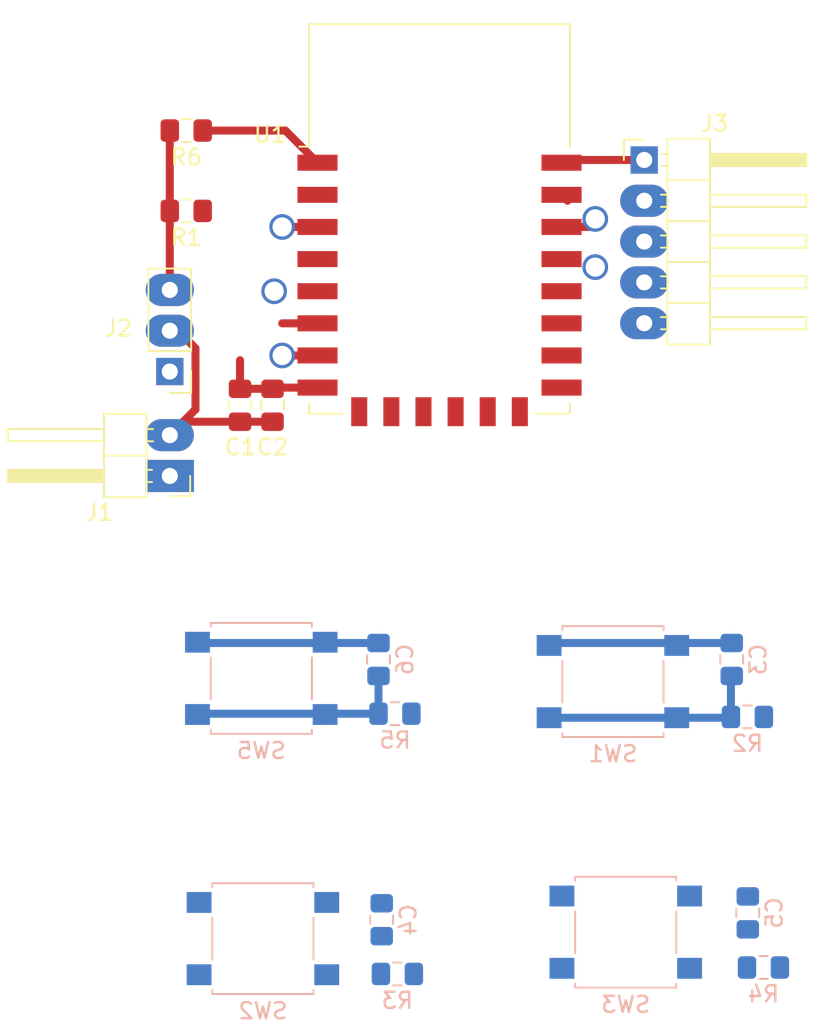
<source format=kicad_pcb>
(kicad_pcb (version 20171130) (host pcbnew 5.1.6+dfsg1-1~bpo10+1)

  (general
    (thickness 1.6)
    (drawings 0)
    (tracks 41)
    (zones 0)
    (modules 20)
    (nets 28)
  )

  (page A4)
  (layers
    (0 F.Cu signal)
    (31 B.Cu signal)
    (36 B.SilkS user)
    (37 F.SilkS user)
    (38 B.Mask user)
    (40 Dwgs.User user)
    (44 Edge.Cuts user)
    (45 Margin user)
    (46 B.CrtYd user)
    (47 F.CrtYd user)
    (48 B.Fab user hide)
    (49 F.Fab user)
  )

  (setup
    (last_trace_width 0.5)
    (trace_clearance 0.5)
    (zone_clearance 0.508)
    (zone_45_only no)
    (trace_min 0.5)
    (via_size 1.2)
    (via_drill 1)
    (via_min_size 0.8)
    (via_min_drill 0.3)
    (uvia_size 0.3)
    (uvia_drill 0.1)
    (uvias_allowed no)
    (uvia_min_size 0.2)
    (uvia_min_drill 0.1)
    (edge_width 0.05)
    (segment_width 0.2)
    (pcb_text_width 0.3)
    (pcb_text_size 1.5 1.5)
    (mod_edge_width 0.12)
    (mod_text_size 1 1)
    (mod_text_width 0.15)
    (pad_size 3 2)
    (pad_drill 1)
    (pad_to_mask_clearance 0.05)
    (aux_axis_origin 0 0)
    (visible_elements FFFFFF7F)
    (pcbplotparams
      (layerselection 0x010fc_ffffffff)
      (usegerberextensions false)
      (usegerberattributes true)
      (usegerberadvancedattributes true)
      (creategerberjobfile true)
      (excludeedgelayer true)
      (linewidth 0.100000)
      (plotframeref false)
      (viasonmask false)
      (mode 1)
      (useauxorigin false)
      (hpglpennumber 1)
      (hpglpenspeed 20)
      (hpglpendiameter 15.000000)
      (psnegative false)
      (psa4output false)
      (plotreference true)
      (plotvalue true)
      (plotinvisibletext false)
      (padsonsilk false)
      (subtractmaskfromsilk false)
      (outputformat 1)
      (mirror false)
      (drillshape 1)
      (scaleselection 1)
      (outputdirectory ""))
  )

  (net 0 "")
  (net 1 GND)
  (net 2 VCC)
  (net 3 "Net-(C3-Pad1)")
  (net 4 "Net-(C4-Pad1)")
  (net 5 "Net-(C5-Pad1)")
  (net 6 "Net-(C6-Pad1)")
  (net 7 /VI)
  (net 8 /DTS)
  (net 9 /RTS)
  (net 10 /TX)
  (net 11 /RX)
  (net 12 /Btn_1)
  (net 13 /Btn_2)
  (net 14 /Btn_3)
  (net 15 /Btn_4)
  (net 16 "Net-(R6-Pad1)")
  (net 17 "Net-(U1-Pad17)")
  (net 18 "Net-(U1-Pad16)")
  (net 19 "Net-(U1-Pad14)")
  (net 20 "Net-(U1-Pad13)")
  (net 21 "Net-(U1-Pad12)")
  (net 22 "Net-(U1-Pad11)")
  (net 23 "Net-(U1-Pad10)")
  (net 24 "Net-(U1-Pad9)")
  (net 25 "Net-(U1-Pad5)")
  (net 26 "Net-(U1-Pad4)")
  (net 27 "Net-(U1-Pad2)")

  (net_class Default "This is the default net class."
    (clearance 0.5)
    (trace_width 0.5)
    (via_dia 1.2)
    (via_drill 1)
    (uvia_dia 0.3)
    (uvia_drill 0.1)
    (diff_pair_width 1)
    (diff_pair_gap 0.5)
    (add_net /Btn_1)
    (add_net /Btn_2)
    (add_net /Btn_3)
    (add_net /Btn_4)
    (add_net /DTS)
    (add_net /RTS)
    (add_net /RX)
    (add_net /TX)
    (add_net /VI)
    (add_net GND)
    (add_net "Net-(C3-Pad1)")
    (add_net "Net-(C4-Pad1)")
    (add_net "Net-(C5-Pad1)")
    (add_net "Net-(C6-Pad1)")
    (add_net "Net-(R6-Pad1)")
    (add_net "Net-(U1-Pad10)")
    (add_net "Net-(U1-Pad11)")
    (add_net "Net-(U1-Pad12)")
    (add_net "Net-(U1-Pad13)")
    (add_net "Net-(U1-Pad14)")
    (add_net "Net-(U1-Pad16)")
    (add_net "Net-(U1-Pad17)")
    (add_net "Net-(U1-Pad2)")
    (add_net "Net-(U1-Pad4)")
    (add_net "Net-(U1-Pad5)")
    (add_net "Net-(U1-Pad9)")
    (add_net VCC)
  )

  (module Connector_PinHeader_2.54mm:PinHeader_1x05_P2.54mm_Horizontal (layer F.Cu) (tedit 5F212ACD) (tstamp 5F200979)
    (at 82.55 100.33)
    (descr "Through hole angled pin header, 1x05, 2.54mm pitch, 6mm pin length, single row")
    (tags "Through hole angled pin header THT 1x05 2.54mm single row")
    (path /5F253E0A)
    (fp_text reference J3 (at 4.385 -2.27) (layer F.SilkS)
      (effects (font (size 1 1) (thickness 0.15)))
    )
    (fp_text value Conn_01x05 (at 4.385 12.43) (layer F.Fab)
      (effects (font (size 1 1) (thickness 0.15)))
    )
    (fp_line (start 10.55 -1.8) (end -1.8 -1.8) (layer F.CrtYd) (width 0.05))
    (fp_line (start 10.55 11.95) (end 10.55 -1.8) (layer F.CrtYd) (width 0.05))
    (fp_line (start -1.8 11.95) (end 10.55 11.95) (layer F.CrtYd) (width 0.05))
    (fp_line (start -1.8 -1.8) (end -1.8 11.95) (layer F.CrtYd) (width 0.05))
    (fp_line (start -1.27 -1.27) (end 0 -1.27) (layer F.SilkS) (width 0.12))
    (fp_line (start -1.27 0) (end -1.27 -1.27) (layer F.SilkS) (width 0.12))
    (fp_line (start 1.042929 10.54) (end 1.44 10.54) (layer F.SilkS) (width 0.12))
    (fp_line (start 1.042929 9.78) (end 1.44 9.78) (layer F.SilkS) (width 0.12))
    (fp_line (start 10.1 10.54) (end 4.1 10.54) (layer F.SilkS) (width 0.12))
    (fp_line (start 10.1 9.78) (end 10.1 10.54) (layer F.SilkS) (width 0.12))
    (fp_line (start 4.1 9.78) (end 10.1 9.78) (layer F.SilkS) (width 0.12))
    (fp_line (start 1.44 8.89) (end 4.1 8.89) (layer F.SilkS) (width 0.12))
    (fp_line (start 1.042929 8) (end 1.44 8) (layer F.SilkS) (width 0.12))
    (fp_line (start 1.042929 7.24) (end 1.44 7.24) (layer F.SilkS) (width 0.12))
    (fp_line (start 10.1 8) (end 4.1 8) (layer F.SilkS) (width 0.12))
    (fp_line (start 10.1 7.24) (end 10.1 8) (layer F.SilkS) (width 0.12))
    (fp_line (start 4.1 7.24) (end 10.1 7.24) (layer F.SilkS) (width 0.12))
    (fp_line (start 1.44 6.35) (end 4.1 6.35) (layer F.SilkS) (width 0.12))
    (fp_line (start 1.042929 5.46) (end 1.44 5.46) (layer F.SilkS) (width 0.12))
    (fp_line (start 1.042929 4.7) (end 1.44 4.7) (layer F.SilkS) (width 0.12))
    (fp_line (start 10.1 5.46) (end 4.1 5.46) (layer F.SilkS) (width 0.12))
    (fp_line (start 10.1 4.7) (end 10.1 5.46) (layer F.SilkS) (width 0.12))
    (fp_line (start 4.1 4.7) (end 10.1 4.7) (layer F.SilkS) (width 0.12))
    (fp_line (start 1.44 3.81) (end 4.1 3.81) (layer F.SilkS) (width 0.12))
    (fp_line (start 1.042929 2.92) (end 1.44 2.92) (layer F.SilkS) (width 0.12))
    (fp_line (start 1.042929 2.16) (end 1.44 2.16) (layer F.SilkS) (width 0.12))
    (fp_line (start 10.1 2.92) (end 4.1 2.92) (layer F.SilkS) (width 0.12))
    (fp_line (start 10.1 2.16) (end 10.1 2.92) (layer F.SilkS) (width 0.12))
    (fp_line (start 4.1 2.16) (end 10.1 2.16) (layer F.SilkS) (width 0.12))
    (fp_line (start 1.44 1.27) (end 4.1 1.27) (layer F.SilkS) (width 0.12))
    (fp_line (start 1.11 0.38) (end 1.44 0.38) (layer F.SilkS) (width 0.12))
    (fp_line (start 1.11 -0.38) (end 1.44 -0.38) (layer F.SilkS) (width 0.12))
    (fp_line (start 4.1 0.28) (end 10.1 0.28) (layer F.SilkS) (width 0.12))
    (fp_line (start 4.1 0.16) (end 10.1 0.16) (layer F.SilkS) (width 0.12))
    (fp_line (start 4.1 0.04) (end 10.1 0.04) (layer F.SilkS) (width 0.12))
    (fp_line (start 4.1 -0.08) (end 10.1 -0.08) (layer F.SilkS) (width 0.12))
    (fp_line (start 4.1 -0.2) (end 10.1 -0.2) (layer F.SilkS) (width 0.12))
    (fp_line (start 4.1 -0.32) (end 10.1 -0.32) (layer F.SilkS) (width 0.12))
    (fp_line (start 10.1 0.38) (end 4.1 0.38) (layer F.SilkS) (width 0.12))
    (fp_line (start 10.1 -0.38) (end 10.1 0.38) (layer F.SilkS) (width 0.12))
    (fp_line (start 4.1 -0.38) (end 10.1 -0.38) (layer F.SilkS) (width 0.12))
    (fp_line (start 4.1 -1.33) (end 1.44 -1.33) (layer F.SilkS) (width 0.12))
    (fp_line (start 4.1 11.49) (end 4.1 -1.33) (layer F.SilkS) (width 0.12))
    (fp_line (start 1.44 11.49) (end 4.1 11.49) (layer F.SilkS) (width 0.12))
    (fp_line (start 1.44 -1.33) (end 1.44 11.49) (layer F.SilkS) (width 0.12))
    (fp_line (start 4.04 10.48) (end 10.04 10.48) (layer F.Fab) (width 0.1))
    (fp_line (start 10.04 9.84) (end 10.04 10.48) (layer F.Fab) (width 0.1))
    (fp_line (start 4.04 9.84) (end 10.04 9.84) (layer F.Fab) (width 0.1))
    (fp_line (start -0.32 10.48) (end 1.5 10.48) (layer F.Fab) (width 0.1))
    (fp_line (start -0.32 9.84) (end -0.32 10.48) (layer F.Fab) (width 0.1))
    (fp_line (start -0.32 9.84) (end 1.5 9.84) (layer F.Fab) (width 0.1))
    (fp_line (start 4.04 7.94) (end 10.04 7.94) (layer F.Fab) (width 0.1))
    (fp_line (start 10.04 7.3) (end 10.04 7.94) (layer F.Fab) (width 0.1))
    (fp_line (start 4.04 7.3) (end 10.04 7.3) (layer F.Fab) (width 0.1))
    (fp_line (start -0.32 7.94) (end 1.5 7.94) (layer F.Fab) (width 0.1))
    (fp_line (start -0.32 7.3) (end -0.32 7.94) (layer F.Fab) (width 0.1))
    (fp_line (start -0.32 7.3) (end 1.5 7.3) (layer F.Fab) (width 0.1))
    (fp_line (start 4.04 5.4) (end 10.04 5.4) (layer F.Fab) (width 0.1))
    (fp_line (start 10.04 4.76) (end 10.04 5.4) (layer F.Fab) (width 0.1))
    (fp_line (start 4.04 4.76) (end 10.04 4.76) (layer F.Fab) (width 0.1))
    (fp_line (start -0.32 5.4) (end 1.5 5.4) (layer F.Fab) (width 0.1))
    (fp_line (start -0.32 4.76) (end -0.32 5.4) (layer F.Fab) (width 0.1))
    (fp_line (start -0.32 4.76) (end 1.5 4.76) (layer F.Fab) (width 0.1))
    (fp_line (start 4.04 2.86) (end 10.04 2.86) (layer F.Fab) (width 0.1))
    (fp_line (start 10.04 2.22) (end 10.04 2.86) (layer F.Fab) (width 0.1))
    (fp_line (start 4.04 2.22) (end 10.04 2.22) (layer F.Fab) (width 0.1))
    (fp_line (start -0.32 2.86) (end 1.5 2.86) (layer F.Fab) (width 0.1))
    (fp_line (start -0.32 2.22) (end -0.32 2.86) (layer F.Fab) (width 0.1))
    (fp_line (start -0.32 2.22) (end 1.5 2.22) (layer F.Fab) (width 0.1))
    (fp_line (start 4.04 0.32) (end 10.04 0.32) (layer F.Fab) (width 0.1))
    (fp_line (start 10.04 -0.32) (end 10.04 0.32) (layer F.Fab) (width 0.1))
    (fp_line (start 4.04 -0.32) (end 10.04 -0.32) (layer F.Fab) (width 0.1))
    (fp_line (start -0.32 0.32) (end 1.5 0.32) (layer F.Fab) (width 0.1))
    (fp_line (start -0.32 -0.32) (end -0.32 0.32) (layer F.Fab) (width 0.1))
    (fp_line (start -0.32 -0.32) (end 1.5 -0.32) (layer F.Fab) (width 0.1))
    (fp_line (start 1.5 -0.635) (end 2.135 -1.27) (layer F.Fab) (width 0.1))
    (fp_line (start 1.5 11.43) (end 1.5 -0.635) (layer F.Fab) (width 0.1))
    (fp_line (start 4.04 11.43) (end 1.5 11.43) (layer F.Fab) (width 0.1))
    (fp_line (start 4.04 -1.27) (end 4.04 11.43) (layer F.Fab) (width 0.1))
    (fp_line (start 2.135 -1.27) (end 4.04 -1.27) (layer F.Fab) (width 0.1))
    (fp_text user %R (at 2.77 5.08 270) (layer F.Fab)
      (effects (font (size 1 1) (thickness 0.15)))
    )
    (pad 5 thru_hole oval (at 0 10.16) (size 3 2) (drill 1) (layers *.Cu *.Mask)
      (net 1 GND))
    (pad 4 thru_hole oval (at 0 7.62) (size 3 2) (drill 1) (layers *.Cu *.Mask)
      (net 8 /DTS))
    (pad 3 thru_hole oval (at 0 5.08) (size 3 2) (drill 1) (layers *.Cu *.Mask)
      (net 9 /RTS))
    (pad 2 thru_hole oval (at 0 2.54) (size 3 2) (drill 1) (layers *.Cu *.Mask)
      (net 11 /RX))
    (pad 1 thru_hole rect (at 0 0) (size 1.7 1.7) (drill 1) (layers *.Cu *.Mask)
      (net 10 /TX))
    (model ${KISYS3DMOD}/Connector_PinHeader_2.54mm.3dshapes/PinHeader_1x05_P2.54mm_Horizontal.wrl
      (at (xyz 0 0 0))
      (scale (xyz 1 1 1))
      (rotate (xyz 0 0 0))
    )
  )

  (module Connector_PinHeader_2.54mm:PinHeader_1x03_P2.54mm_Vertical (layer F.Cu) (tedit 5F212A7F) (tstamp 5F200960)
    (at 53 113.5 180)
    (descr "Through hole straight pin header, 1x03, 2.54mm pitch, single row")
    (tags "Through hole pin header THT 1x03 2.54mm single row")
    (path /5F201A5E)
    (fp_text reference J2 (at 3.2 2.7) (layer F.SilkS)
      (effects (font (size 1 1) (thickness 0.15)))
    )
    (fp_text value Reg (at 0 7.41) (layer F.Fab)
      (effects (font (size 1 1) (thickness 0.15)))
    )
    (fp_line (start 1.8 -1.8) (end -1.8 -1.8) (layer F.CrtYd) (width 0.05))
    (fp_line (start 1.8 6.85) (end 1.8 -1.8) (layer F.CrtYd) (width 0.05))
    (fp_line (start -1.8 6.85) (end 1.8 6.85) (layer F.CrtYd) (width 0.05))
    (fp_line (start -1.8 -1.8) (end -1.8 6.85) (layer F.CrtYd) (width 0.05))
    (fp_line (start -1.33 -1.33) (end 0 -1.33) (layer F.SilkS) (width 0.12))
    (fp_line (start -1.33 0) (end -1.33 -1.33) (layer F.SilkS) (width 0.12))
    (fp_line (start -1.33 1.27) (end 1.33 1.27) (layer F.SilkS) (width 0.12))
    (fp_line (start 1.33 1.27) (end 1.33 6.41) (layer F.SilkS) (width 0.12))
    (fp_line (start -1.33 1.27) (end -1.33 6.41) (layer F.SilkS) (width 0.12))
    (fp_line (start -1.33 6.41) (end 1.33 6.41) (layer F.SilkS) (width 0.12))
    (fp_line (start -1.27 -0.635) (end -0.635 -1.27) (layer F.Fab) (width 0.1))
    (fp_line (start -1.27 6.35) (end -1.27 -0.635) (layer F.Fab) (width 0.1))
    (fp_line (start 1.27 6.35) (end -1.27 6.35) (layer F.Fab) (width 0.1))
    (fp_line (start 1.27 -1.27) (end 1.27 6.35) (layer F.Fab) (width 0.1))
    (fp_line (start -0.635 -1.27) (end 1.27 -1.27) (layer F.Fab) (width 0.1))
    (fp_text user %R (at 0 2.54 90) (layer F.Fab)
      (effects (font (size 1 1) (thickness 0.15)))
    )
    (pad 3 thru_hole oval (at 0 5.08 180) (size 3 2) (drill 1) (layers *.Cu *.Mask)
      (net 2 VCC))
    (pad 2 thru_hole oval (at 0 2.54 180) (size 3 2) (drill 1) (layers *.Cu *.Mask)
      (net 1 GND))
    (pad 1 thru_hole rect (at 0 0 180) (size 1.7 1.7) (drill 1) (layers *.Cu *.Mask)
      (net 7 /VI))
    (model ${KISYS3DMOD}/Connector_PinHeader_2.54mm.3dshapes/PinHeader_1x03_P2.54mm_Vertical.wrl
      (at (xyz 0 0 0))
      (scale (xyz 1 1 1))
      (rotate (xyz 0 0 0))
    )
  )

  (module Connector_PinHeader_2.54mm:PinHeader_1x02_P2.54mm_Horizontal (layer F.Cu) (tedit 5F212AEC) (tstamp 5F200920)
    (at 53 120 180)
    (descr "Through hole angled pin header, 1x02, 2.54mm pitch, 6mm pin length, single row")
    (tags "Through hole angled pin header THT 1x02 2.54mm single row")
    (path /5F244490)
    (fp_text reference J1 (at 4.385 -2.27) (layer F.SilkS)
      (effects (font (size 1 1) (thickness 0.15)))
    )
    (fp_text value Batt (at 4.385 4.81) (layer F.Fab)
      (effects (font (size 1 1) (thickness 0.15)))
    )
    (fp_line (start 10.55 -1.8) (end -1.8 -1.8) (layer F.CrtYd) (width 0.05))
    (fp_line (start 10.55 4.35) (end 10.55 -1.8) (layer F.CrtYd) (width 0.05))
    (fp_line (start -1.8 4.35) (end 10.55 4.35) (layer F.CrtYd) (width 0.05))
    (fp_line (start -1.8 -1.8) (end -1.8 4.35) (layer F.CrtYd) (width 0.05))
    (fp_line (start -1.27 -1.27) (end 0 -1.27) (layer F.SilkS) (width 0.12))
    (fp_line (start -1.27 0) (end -1.27 -1.27) (layer F.SilkS) (width 0.12))
    (fp_line (start 1.042929 2.92) (end 1.44 2.92) (layer F.SilkS) (width 0.12))
    (fp_line (start 1.042929 2.16) (end 1.44 2.16) (layer F.SilkS) (width 0.12))
    (fp_line (start 10.1 2.92) (end 4.1 2.92) (layer F.SilkS) (width 0.12))
    (fp_line (start 10.1 2.16) (end 10.1 2.92) (layer F.SilkS) (width 0.12))
    (fp_line (start 4.1 2.16) (end 10.1 2.16) (layer F.SilkS) (width 0.12))
    (fp_line (start 1.44 1.27) (end 4.1 1.27) (layer F.SilkS) (width 0.12))
    (fp_line (start 1.11 0.38) (end 1.44 0.38) (layer F.SilkS) (width 0.12))
    (fp_line (start 1.11 -0.38) (end 1.44 -0.38) (layer F.SilkS) (width 0.12))
    (fp_line (start 4.1 0.28) (end 10.1 0.28) (layer F.SilkS) (width 0.12))
    (fp_line (start 4.1 0.16) (end 10.1 0.16) (layer F.SilkS) (width 0.12))
    (fp_line (start 4.1 0.04) (end 10.1 0.04) (layer F.SilkS) (width 0.12))
    (fp_line (start 4.1 -0.08) (end 10.1 -0.08) (layer F.SilkS) (width 0.12))
    (fp_line (start 4.1 -0.2) (end 10.1 -0.2) (layer F.SilkS) (width 0.12))
    (fp_line (start 4.1 -0.32) (end 10.1 -0.32) (layer F.SilkS) (width 0.12))
    (fp_line (start 10.1 0.38) (end 4.1 0.38) (layer F.SilkS) (width 0.12))
    (fp_line (start 10.1 -0.38) (end 10.1 0.38) (layer F.SilkS) (width 0.12))
    (fp_line (start 4.1 -0.38) (end 10.1 -0.38) (layer F.SilkS) (width 0.12))
    (fp_line (start 4.1 -1.33) (end 1.44 -1.33) (layer F.SilkS) (width 0.12))
    (fp_line (start 4.1 3.87) (end 4.1 -1.33) (layer F.SilkS) (width 0.12))
    (fp_line (start 1.44 3.87) (end 4.1 3.87) (layer F.SilkS) (width 0.12))
    (fp_line (start 1.44 -1.33) (end 1.44 3.87) (layer F.SilkS) (width 0.12))
    (fp_line (start 4.04 2.86) (end 10.04 2.86) (layer F.Fab) (width 0.1))
    (fp_line (start 10.04 2.22) (end 10.04 2.86) (layer F.Fab) (width 0.1))
    (fp_line (start 4.04 2.22) (end 10.04 2.22) (layer F.Fab) (width 0.1))
    (fp_line (start -0.32 2.86) (end 1.5 2.86) (layer F.Fab) (width 0.1))
    (fp_line (start -0.32 2.22) (end -0.32 2.86) (layer F.Fab) (width 0.1))
    (fp_line (start -0.32 2.22) (end 1.5 2.22) (layer F.Fab) (width 0.1))
    (fp_line (start 4.04 0.32) (end 10.04 0.32) (layer F.Fab) (width 0.1))
    (fp_line (start 10.04 -0.32) (end 10.04 0.32) (layer F.Fab) (width 0.1))
    (fp_line (start 4.04 -0.32) (end 10.04 -0.32) (layer F.Fab) (width 0.1))
    (fp_line (start -0.32 0.32) (end 1.5 0.32) (layer F.Fab) (width 0.1))
    (fp_line (start -0.32 -0.32) (end -0.32 0.32) (layer F.Fab) (width 0.1))
    (fp_line (start -0.32 -0.32) (end 1.5 -0.32) (layer F.Fab) (width 0.1))
    (fp_line (start 1.5 -0.635) (end 2.135 -1.27) (layer F.Fab) (width 0.1))
    (fp_line (start 1.5 3.81) (end 1.5 -0.635) (layer F.Fab) (width 0.1))
    (fp_line (start 4.04 3.81) (end 1.5 3.81) (layer F.Fab) (width 0.1))
    (fp_line (start 4.04 -1.27) (end 4.04 3.81) (layer F.Fab) (width 0.1))
    (fp_line (start 2.135 -1.27) (end 4.04 -1.27) (layer F.Fab) (width 0.1))
    (fp_text user %R (at 2.77 1.27 90) (layer F.Fab)
      (effects (font (size 1 1) (thickness 0.15)))
    )
    (pad 2 thru_hole oval (at 0 2.54 180) (size 3 2) (drill 1) (layers *.Cu *.Mask)
      (net 1 GND))
    (pad 1 thru_hole rect (at 0 0 180) (size 3 2) (drill 1) (layers *.Cu *.Mask)
      (net 7 /VI))
    (model ${KISYS3DMOD}/Connector_PinHeader_2.54mm.3dshapes/PinHeader_1x02_P2.54mm_Horizontal.wrl
      (at (xyz 0 0 0))
      (scale (xyz 1 1 1))
      (rotate (xyz 0 0 0))
    )
  )

  (module RF_Module:ESP-12E (layer F.Cu) (tedit 5A030172) (tstamp 5F200A82)
    (at 69.8 104)
    (descr "Wi-Fi Module, http://wiki.ai-thinker.com/_media/esp8266/docs/aithinker_esp_12f_datasheet_en.pdf")
    (tags "Wi-Fi Module")
    (path /5F1FE885)
    (attr smd)
    (fp_text reference U1 (at -10.56 -5.26) (layer F.SilkS)
      (effects (font (size 1 1) (thickness 0.15)))
    )
    (fp_text value ESP-12F (at -0.06 -12.78) (layer F.Fab)
      (effects (font (size 1 1) (thickness 0.15)))
    )
    (fp_line (start 5.56 -4.8) (end 8.12 -7.36) (layer Dwgs.User) (width 0.12))
    (fp_line (start 2.56 -4.8) (end 8.12 -10.36) (layer Dwgs.User) (width 0.12))
    (fp_line (start -0.44 -4.8) (end 6.88 -12.12) (layer Dwgs.User) (width 0.12))
    (fp_line (start -3.44 -4.8) (end 3.88 -12.12) (layer Dwgs.User) (width 0.12))
    (fp_line (start -6.44 -4.8) (end 0.88 -12.12) (layer Dwgs.User) (width 0.12))
    (fp_line (start -8.12 -6.12) (end -2.12 -12.12) (layer Dwgs.User) (width 0.12))
    (fp_line (start -8.12 -9.12) (end -5.12 -12.12) (layer Dwgs.User) (width 0.12))
    (fp_line (start -8.12 -4.8) (end -8.12 -12.12) (layer Dwgs.User) (width 0.12))
    (fp_line (start 8.12 -4.8) (end -8.12 -4.8) (layer Dwgs.User) (width 0.12))
    (fp_line (start 8.12 -12.12) (end 8.12 -4.8) (layer Dwgs.User) (width 0.12))
    (fp_line (start -8.12 -12.12) (end 8.12 -12.12) (layer Dwgs.User) (width 0.12))
    (fp_line (start -8.12 -4.5) (end -8.73 -4.5) (layer F.SilkS) (width 0.12))
    (fp_line (start -8.12 -4.5) (end -8.12 -12.12) (layer F.SilkS) (width 0.12))
    (fp_line (start -8.12 12.12) (end -8.12 11.5) (layer F.SilkS) (width 0.12))
    (fp_line (start -6 12.12) (end -8.12 12.12) (layer F.SilkS) (width 0.12))
    (fp_line (start 8.12 12.12) (end 6 12.12) (layer F.SilkS) (width 0.12))
    (fp_line (start 8.12 11.5) (end 8.12 12.12) (layer F.SilkS) (width 0.12))
    (fp_line (start 8.12 -12.12) (end 8.12 -4.5) (layer F.SilkS) (width 0.12))
    (fp_line (start -8.12 -12.12) (end 8.12 -12.12) (layer F.SilkS) (width 0.12))
    (fp_line (start -9.05 13.1) (end -9.05 -12.2) (layer F.CrtYd) (width 0.05))
    (fp_line (start 9.05 13.1) (end -9.05 13.1) (layer F.CrtYd) (width 0.05))
    (fp_line (start 9.05 -12.2) (end 9.05 13.1) (layer F.CrtYd) (width 0.05))
    (fp_line (start -9.05 -12.2) (end 9.05 -12.2) (layer F.CrtYd) (width 0.05))
    (fp_line (start -8 -4) (end -8 -12) (layer F.Fab) (width 0.12))
    (fp_line (start -7.5 -3.5) (end -8 -4) (layer F.Fab) (width 0.12))
    (fp_line (start -8 -3) (end -7.5 -3.5) (layer F.Fab) (width 0.12))
    (fp_line (start -8 12) (end -8 -3) (layer F.Fab) (width 0.12))
    (fp_line (start 8 12) (end -8 12) (layer F.Fab) (width 0.12))
    (fp_line (start 8 -12) (end 8 12) (layer F.Fab) (width 0.12))
    (fp_line (start -8 -12) (end 8 -12) (layer F.Fab) (width 0.12))
    (fp_text user %R (at 0.49 -0.8) (layer F.Fab)
      (effects (font (size 1 1) (thickness 0.15)))
    )
    (fp_text user "KEEP-OUT ZONE" (at 0.03 -9.55 180) (layer Cmts.User)
      (effects (font (size 1 1) (thickness 0.15)))
    )
    (fp_text user Antenna (at -0.06 -7 180) (layer Cmts.User)
      (effects (font (size 1 1) (thickness 0.15)))
    )
    (pad 22 smd rect (at 7.6 -3.5) (size 2.5 1) (layers F.Cu F.Paste F.Mask)
      (net 10 /TX))
    (pad 21 smd rect (at 7.6 -1.5) (size 2.5 1) (layers F.Cu F.Paste F.Mask)
      (net 11 /RX))
    (pad 20 smd rect (at 7.6 0.5) (size 2.5 1) (layers F.Cu F.Paste F.Mask)
      (net 13 /Btn_2))
    (pad 19 smd rect (at 7.6 2.5) (size 2.5 1) (layers F.Cu F.Paste F.Mask)
      (net 12 /Btn_1))
    (pad 18 smd rect (at 7.6 4.5) (size 2.5 1) (layers F.Cu F.Paste F.Mask)
      (net 8 /DTS))
    (pad 17 smd rect (at 7.6 6.5) (size 2.5 1) (layers F.Cu F.Paste F.Mask)
      (net 17 "Net-(U1-Pad17)"))
    (pad 16 smd rect (at 7.6 8.5) (size 2.5 1) (layers F.Cu F.Paste F.Mask)
      (net 18 "Net-(U1-Pad16)"))
    (pad 15 smd rect (at 7.6 10.5) (size 2.5 1) (layers F.Cu F.Paste F.Mask)
      (net 1 GND))
    (pad 14 smd rect (at 5 12) (size 1 1.8) (layers F.Cu F.Paste F.Mask)
      (net 19 "Net-(U1-Pad14)"))
    (pad 13 smd rect (at 3 12) (size 1 1.8) (layers F.Cu F.Paste F.Mask)
      (net 20 "Net-(U1-Pad13)"))
    (pad 12 smd rect (at 1 12) (size 1 1.8) (layers F.Cu F.Paste F.Mask)
      (net 21 "Net-(U1-Pad12)"))
    (pad 11 smd rect (at -1 12) (size 1 1.8) (layers F.Cu F.Paste F.Mask)
      (net 22 "Net-(U1-Pad11)"))
    (pad 10 smd rect (at -3 12) (size 1 1.8) (layers F.Cu F.Paste F.Mask)
      (net 23 "Net-(U1-Pad10)"))
    (pad 9 smd rect (at -5 12) (size 1 1.8) (layers F.Cu F.Paste F.Mask)
      (net 24 "Net-(U1-Pad9)"))
    (pad 8 smd rect (at -7.6 10.5) (size 2.5 1) (layers F.Cu F.Paste F.Mask)
      (net 2 VCC))
    (pad 7 smd rect (at -7.6 8.5) (size 2.5 1) (layers F.Cu F.Paste F.Mask)
      (net 15 /Btn_4))
    (pad 6 smd rect (at -7.6 6.5) (size 2.5 1) (layers F.Cu F.Paste F.Mask)
      (net 14 /Btn_3))
    (pad 5 smd rect (at -7.6 4.5) (size 2.5 1) (layers F.Cu F.Paste F.Mask)
      (net 25 "Net-(U1-Pad5)"))
    (pad 4 smd rect (at -7.6 2.5) (size 2.5 1) (layers F.Cu F.Paste F.Mask)
      (net 26 "Net-(U1-Pad4)"))
    (pad 3 smd rect (at -7.6 0.5) (size 2.5 1) (layers F.Cu F.Paste F.Mask)
      (net 9 /RTS))
    (pad 2 smd rect (at -7.6 -1.5) (size 2.5 1) (layers F.Cu F.Paste F.Mask)
      (net 27 "Net-(U1-Pad2)"))
    (pad 1 smd rect (at -7.6 -3.5) (size 2.5 1) (layers F.Cu F.Paste F.Mask)
      (net 16 "Net-(R6-Pad1)"))
    (model ${KISYS3DMOD}/RF_Module.3dshapes/ESP-12E.wrl
      (at (xyz 0 0 0))
      (scale (xyz 1 1 1))
      (rotate (xyz 0 0 0))
    )
  )

  (module Button_Switch_SMD:SW_SPST_B3S-1000 (layer B.Cu) (tedit 5A02FC95) (tstamp 5F200A47)
    (at 58.7 132.6)
    (descr "Surface Mount Tactile Switch for High-Density Packaging")
    (tags "Tactile Switch")
    (path /5F219B70)
    (attr smd)
    (fp_text reference SW5 (at 0 4.5) (layer B.SilkS)
      (effects (font (size 1 1) (thickness 0.15)) (justify mirror))
    )
    (fp_text value Btn_1 (at 0 -4.5) (layer B.Fab)
      (effects (font (size 1 1) (thickness 0.15)) (justify mirror))
    )
    (fp_line (start -3 -3.3) (end -3 3.3) (layer B.Fab) (width 0.1))
    (fp_line (start 3 -3.3) (end -3 -3.3) (layer B.Fab) (width 0.1))
    (fp_line (start 3 3.3) (end 3 -3.3) (layer B.Fab) (width 0.1))
    (fp_line (start -3 3.3) (end 3 3.3) (layer B.Fab) (width 0.1))
    (fp_circle (center 0 0) (end 1.65 0) (layer B.Fab) (width 0.1))
    (fp_line (start 3.15 1.3) (end 3.15 -1.3) (layer B.SilkS) (width 0.12))
    (fp_line (start -3.15 -3.45) (end -3.15 -3.2) (layer B.SilkS) (width 0.12))
    (fp_line (start 3.15 -3.45) (end -3.15 -3.45) (layer B.SilkS) (width 0.12))
    (fp_line (start 3.15 -3.2) (end 3.15 -3.45) (layer B.SilkS) (width 0.12))
    (fp_line (start -3.15 -1.3) (end -3.15 1.3) (layer B.SilkS) (width 0.12))
    (fp_line (start 3.15 3.45) (end 3.15 3.2) (layer B.SilkS) (width 0.12))
    (fp_line (start -3.15 3.45) (end 3.15 3.45) (layer B.SilkS) (width 0.12))
    (fp_line (start -3.15 3.2) (end -3.15 3.45) (layer B.SilkS) (width 0.12))
    (fp_line (start -5 3.7) (end -5 -3.7) (layer B.CrtYd) (width 0.05))
    (fp_line (start 5 3.7) (end -5 3.7) (layer B.CrtYd) (width 0.05))
    (fp_line (start 5 -3.7) (end 5 3.7) (layer B.CrtYd) (width 0.05))
    (fp_line (start -5 -3.7) (end 5 -3.7) (layer B.CrtYd) (width 0.05))
    (fp_text user %R (at 0 4.5) (layer B.Fab)
      (effects (font (size 1 1) (thickness 0.15)) (justify mirror))
    )
    (pad 2 smd rect (at 3.975 -2.25) (size 1.55 1.3) (layers B.Cu B.Paste B.Mask)
      (net 1 GND))
    (pad 2 smd rect (at -3.975 -2.25) (size 1.55 1.3) (layers B.Cu B.Paste B.Mask)
      (net 1 GND))
    (pad 1 smd rect (at 3.975 2.25) (size 1.55 1.3) (layers B.Cu B.Paste B.Mask)
      (net 6 "Net-(C6-Pad1)"))
    (pad 1 smd rect (at -3.975 2.25) (size 1.55 1.3) (layers B.Cu B.Paste B.Mask)
      (net 6 "Net-(C6-Pad1)"))
    (model ${KISYS3DMOD}/Button_Switch_SMD.3dshapes/SW_SPST_B3S-1000.wrl
      (at (xyz 0 0 0))
      (scale (xyz 1 1 1))
      (rotate (xyz 0 0 0))
    )
  )

  (module Button_Switch_SMD:SW_SPST_B3S-1000 (layer B.Cu) (tedit 5A02FC95) (tstamp 5F200A2D)
    (at 81.4 148.4)
    (descr "Surface Mount Tactile Switch for High-Density Packaging")
    (tags "Tactile Switch")
    (path /5F2189A6)
    (attr smd)
    (fp_text reference SW3 (at 0 4.5) (layer B.SilkS)
      (effects (font (size 1 1) (thickness 0.15)) (justify mirror))
    )
    (fp_text value Btn_1 (at 0 -4.5) (layer B.Fab)
      (effects (font (size 1 1) (thickness 0.15)) (justify mirror))
    )
    (fp_line (start -3 -3.3) (end -3 3.3) (layer B.Fab) (width 0.1))
    (fp_line (start 3 -3.3) (end -3 -3.3) (layer B.Fab) (width 0.1))
    (fp_line (start 3 3.3) (end 3 -3.3) (layer B.Fab) (width 0.1))
    (fp_line (start -3 3.3) (end 3 3.3) (layer B.Fab) (width 0.1))
    (fp_circle (center 0 0) (end 1.65 0) (layer B.Fab) (width 0.1))
    (fp_line (start 3.15 1.3) (end 3.15 -1.3) (layer B.SilkS) (width 0.12))
    (fp_line (start -3.15 -3.45) (end -3.15 -3.2) (layer B.SilkS) (width 0.12))
    (fp_line (start 3.15 -3.45) (end -3.15 -3.45) (layer B.SilkS) (width 0.12))
    (fp_line (start 3.15 -3.2) (end 3.15 -3.45) (layer B.SilkS) (width 0.12))
    (fp_line (start -3.15 -1.3) (end -3.15 1.3) (layer B.SilkS) (width 0.12))
    (fp_line (start 3.15 3.45) (end 3.15 3.2) (layer B.SilkS) (width 0.12))
    (fp_line (start -3.15 3.45) (end 3.15 3.45) (layer B.SilkS) (width 0.12))
    (fp_line (start -3.15 3.2) (end -3.15 3.45) (layer B.SilkS) (width 0.12))
    (fp_line (start -5 3.7) (end -5 -3.7) (layer B.CrtYd) (width 0.05))
    (fp_line (start 5 3.7) (end -5 3.7) (layer B.CrtYd) (width 0.05))
    (fp_line (start 5 -3.7) (end 5 3.7) (layer B.CrtYd) (width 0.05))
    (fp_line (start -5 -3.7) (end 5 -3.7) (layer B.CrtYd) (width 0.05))
    (fp_text user %R (at 0 4.5) (layer B.Fab)
      (effects (font (size 1 1) (thickness 0.15)) (justify mirror))
    )
    (pad 2 smd rect (at 3.975 -2.25) (size 1.55 1.3) (layers B.Cu B.Paste B.Mask)
      (net 1 GND))
    (pad 2 smd rect (at -3.975 -2.25) (size 1.55 1.3) (layers B.Cu B.Paste B.Mask)
      (net 1 GND))
    (pad 1 smd rect (at 3.975 2.25) (size 1.55 1.3) (layers B.Cu B.Paste B.Mask)
      (net 5 "Net-(C5-Pad1)"))
    (pad 1 smd rect (at -3.975 2.25) (size 1.55 1.3) (layers B.Cu B.Paste B.Mask)
      (net 5 "Net-(C5-Pad1)"))
    (model ${KISYS3DMOD}/Button_Switch_SMD.3dshapes/SW_SPST_B3S-1000.wrl
      (at (xyz 0 0 0))
      (scale (xyz 1 1 1))
      (rotate (xyz 0 0 0))
    )
  )

  (module Button_Switch_SMD:SW_SPST_B3S-1000 (layer B.Cu) (tedit 5A02FC95) (tstamp 5F200A13)
    (at 58.8 148.8)
    (descr "Surface Mount Tactile Switch for High-Density Packaging")
    (tags "Tactile Switch")
    (path /5F217DBE)
    (attr smd)
    (fp_text reference SW2 (at 0 4.5) (layer B.SilkS)
      (effects (font (size 1 1) (thickness 0.15)) (justify mirror))
    )
    (fp_text value Btn_2 (at 0 -4.5) (layer B.Fab)
      (effects (font (size 1 1) (thickness 0.15)) (justify mirror))
    )
    (fp_line (start -3 -3.3) (end -3 3.3) (layer B.Fab) (width 0.1))
    (fp_line (start 3 -3.3) (end -3 -3.3) (layer B.Fab) (width 0.1))
    (fp_line (start 3 3.3) (end 3 -3.3) (layer B.Fab) (width 0.1))
    (fp_line (start -3 3.3) (end 3 3.3) (layer B.Fab) (width 0.1))
    (fp_circle (center 0 0) (end 1.65 0) (layer B.Fab) (width 0.1))
    (fp_line (start 3.15 1.3) (end 3.15 -1.3) (layer B.SilkS) (width 0.12))
    (fp_line (start -3.15 -3.45) (end -3.15 -3.2) (layer B.SilkS) (width 0.12))
    (fp_line (start 3.15 -3.45) (end -3.15 -3.45) (layer B.SilkS) (width 0.12))
    (fp_line (start 3.15 -3.2) (end 3.15 -3.45) (layer B.SilkS) (width 0.12))
    (fp_line (start -3.15 -1.3) (end -3.15 1.3) (layer B.SilkS) (width 0.12))
    (fp_line (start 3.15 3.45) (end 3.15 3.2) (layer B.SilkS) (width 0.12))
    (fp_line (start -3.15 3.45) (end 3.15 3.45) (layer B.SilkS) (width 0.12))
    (fp_line (start -3.15 3.2) (end -3.15 3.45) (layer B.SilkS) (width 0.12))
    (fp_line (start -5 3.7) (end -5 -3.7) (layer B.CrtYd) (width 0.05))
    (fp_line (start 5 3.7) (end -5 3.7) (layer B.CrtYd) (width 0.05))
    (fp_line (start 5 -3.7) (end 5 3.7) (layer B.CrtYd) (width 0.05))
    (fp_line (start -5 -3.7) (end 5 -3.7) (layer B.CrtYd) (width 0.05))
    (fp_text user %R (at 0 4.5) (layer B.Fab)
      (effects (font (size 1 1) (thickness 0.15)) (justify mirror))
    )
    (pad 2 smd rect (at 3.975 -2.25) (size 1.55 1.3) (layers B.Cu B.Paste B.Mask)
      (net 1 GND))
    (pad 2 smd rect (at -3.975 -2.25) (size 1.55 1.3) (layers B.Cu B.Paste B.Mask)
      (net 1 GND))
    (pad 1 smd rect (at 3.975 2.25) (size 1.55 1.3) (layers B.Cu B.Paste B.Mask)
      (net 4 "Net-(C4-Pad1)"))
    (pad 1 smd rect (at -3.975 2.25) (size 1.55 1.3) (layers B.Cu B.Paste B.Mask)
      (net 4 "Net-(C4-Pad1)"))
    (model ${KISYS3DMOD}/Button_Switch_SMD.3dshapes/SW_SPST_B3S-1000.wrl
      (at (xyz 0 0 0))
      (scale (xyz 1 1 1))
      (rotate (xyz 0 0 0))
    )
  )

  (module Button_Switch_SMD:SW_SPST_B3S-1000 (layer B.Cu) (tedit 5A02FC95) (tstamp 5F2009F9)
    (at 80.6 132.8)
    (descr "Surface Mount Tactile Switch for High-Density Packaging")
    (tags "Tactile Switch")
    (path /5F2078BE)
    (attr smd)
    (fp_text reference SW1 (at 0 4.5) (layer B.SilkS)
      (effects (font (size 1 1) (thickness 0.15)) (justify mirror))
    )
    (fp_text value Btn_1 (at 0 -4.5) (layer B.Fab)
      (effects (font (size 1 1) (thickness 0.15)) (justify mirror))
    )
    (fp_line (start -3 -3.3) (end -3 3.3) (layer B.Fab) (width 0.1))
    (fp_line (start 3 -3.3) (end -3 -3.3) (layer B.Fab) (width 0.1))
    (fp_line (start 3 3.3) (end 3 -3.3) (layer B.Fab) (width 0.1))
    (fp_line (start -3 3.3) (end 3 3.3) (layer B.Fab) (width 0.1))
    (fp_circle (center 0 0) (end 1.65 0) (layer B.Fab) (width 0.1))
    (fp_line (start 3.15 1.3) (end 3.15 -1.3) (layer B.SilkS) (width 0.12))
    (fp_line (start -3.15 -3.45) (end -3.15 -3.2) (layer B.SilkS) (width 0.12))
    (fp_line (start 3.15 -3.45) (end -3.15 -3.45) (layer B.SilkS) (width 0.12))
    (fp_line (start 3.15 -3.2) (end 3.15 -3.45) (layer B.SilkS) (width 0.12))
    (fp_line (start -3.15 -1.3) (end -3.15 1.3) (layer B.SilkS) (width 0.12))
    (fp_line (start 3.15 3.45) (end 3.15 3.2) (layer B.SilkS) (width 0.12))
    (fp_line (start -3.15 3.45) (end 3.15 3.45) (layer B.SilkS) (width 0.12))
    (fp_line (start -3.15 3.2) (end -3.15 3.45) (layer B.SilkS) (width 0.12))
    (fp_line (start -5 3.7) (end -5 -3.7) (layer B.CrtYd) (width 0.05))
    (fp_line (start 5 3.7) (end -5 3.7) (layer B.CrtYd) (width 0.05))
    (fp_line (start 5 -3.7) (end 5 3.7) (layer B.CrtYd) (width 0.05))
    (fp_line (start -5 -3.7) (end 5 -3.7) (layer B.CrtYd) (width 0.05))
    (fp_text user %R (at 0 4.5) (layer B.Fab)
      (effects (font (size 1 1) (thickness 0.15)) (justify mirror))
    )
    (pad 2 smd rect (at 3.975 -2.25) (size 1.55 1.3) (layers B.Cu B.Paste B.Mask)
      (net 1 GND))
    (pad 2 smd rect (at -3.975 -2.25) (size 1.55 1.3) (layers B.Cu B.Paste B.Mask)
      (net 1 GND))
    (pad 1 smd rect (at 3.975 2.25) (size 1.55 1.3) (layers B.Cu B.Paste B.Mask)
      (net 3 "Net-(C3-Pad1)"))
    (pad 1 smd rect (at -3.975 2.25) (size 1.55 1.3) (layers B.Cu B.Paste B.Mask)
      (net 3 "Net-(C3-Pad1)"))
    (model ${KISYS3DMOD}/Button_Switch_SMD.3dshapes/SW_SPST_B3S-1000.wrl
      (at (xyz 0 0 0))
      (scale (xyz 1 1 1))
      (rotate (xyz 0 0 0))
    )
  )

  (module Resistor_SMD:R_0805_2012Metric_Pad1.15x1.40mm_HandSolder (layer F.Cu) (tedit 5B36C52B) (tstamp 5F2009DF)
    (at 54.025 98.5 180)
    (descr "Resistor SMD 0805 (2012 Metric), square (rectangular) end terminal, IPC_7351 nominal with elongated pad for handsoldering. (Body size source: https://docs.google.com/spreadsheets/d/1BsfQQcO9C6DZCsRaXUlFlo91Tg2WpOkGARC1WS5S8t0/edit?usp=sharing), generated with kicad-footprint-generator")
    (tags "resistor handsolder")
    (path /5F26DC95)
    (attr smd)
    (fp_text reference R6 (at 0 -1.65) (layer F.SilkS)
      (effects (font (size 1 1) (thickness 0.15)))
    )
    (fp_text value 10k (at 0 1.65) (layer F.Fab)
      (effects (font (size 1 1) (thickness 0.15)))
    )
    (fp_line (start 1.85 0.95) (end -1.85 0.95) (layer F.CrtYd) (width 0.05))
    (fp_line (start 1.85 -0.95) (end 1.85 0.95) (layer F.CrtYd) (width 0.05))
    (fp_line (start -1.85 -0.95) (end 1.85 -0.95) (layer F.CrtYd) (width 0.05))
    (fp_line (start -1.85 0.95) (end -1.85 -0.95) (layer F.CrtYd) (width 0.05))
    (fp_line (start -0.261252 0.71) (end 0.261252 0.71) (layer F.SilkS) (width 0.12))
    (fp_line (start -0.261252 -0.71) (end 0.261252 -0.71) (layer F.SilkS) (width 0.12))
    (fp_line (start 1 0.6) (end -1 0.6) (layer F.Fab) (width 0.1))
    (fp_line (start 1 -0.6) (end 1 0.6) (layer F.Fab) (width 0.1))
    (fp_line (start -1 -0.6) (end 1 -0.6) (layer F.Fab) (width 0.1))
    (fp_line (start -1 0.6) (end -1 -0.6) (layer F.Fab) (width 0.1))
    (fp_text user %R (at 0 0) (layer F.Fab)
      (effects (font (size 0.5 0.5) (thickness 0.08)))
    )
    (pad 2 smd roundrect (at 1.025 0 180) (size 1.15 1.4) (layers F.Cu F.Paste F.Mask) (roundrect_rratio 0.217391)
      (net 2 VCC))
    (pad 1 smd roundrect (at -1.025 0 180) (size 1.15 1.4) (layers F.Cu F.Paste F.Mask) (roundrect_rratio 0.217391)
      (net 16 "Net-(R6-Pad1)"))
    (model ${KISYS3DMOD}/Resistor_SMD.3dshapes/R_0805_2012Metric.wrl
      (at (xyz 0 0 0))
      (scale (xyz 1 1 1))
      (rotate (xyz 0 0 0))
    )
  )

  (module Resistor_SMD:R_0805_2012Metric_Pad1.15x1.40mm_HandSolder (layer B.Cu) (tedit 5B36C52B) (tstamp 5F2009CE)
    (at 67.025 134.8)
    (descr "Resistor SMD 0805 (2012 Metric), square (rectangular) end terminal, IPC_7351 nominal with elongated pad for handsoldering. (Body size source: https://docs.google.com/spreadsheets/d/1BsfQQcO9C6DZCsRaXUlFlo91Tg2WpOkGARC1WS5S8t0/edit?usp=sharing), generated with kicad-footprint-generator")
    (tags "resistor handsolder")
    (path /5F219B85)
    (attr smd)
    (fp_text reference R5 (at 0 1.65) (layer B.SilkS)
      (effects (font (size 1 1) (thickness 0.15)) (justify mirror))
    )
    (fp_text value 120 (at 0 -1.65) (layer B.Fab)
      (effects (font (size 1 1) (thickness 0.15)) (justify mirror))
    )
    (fp_line (start 1.85 -0.95) (end -1.85 -0.95) (layer B.CrtYd) (width 0.05))
    (fp_line (start 1.85 0.95) (end 1.85 -0.95) (layer B.CrtYd) (width 0.05))
    (fp_line (start -1.85 0.95) (end 1.85 0.95) (layer B.CrtYd) (width 0.05))
    (fp_line (start -1.85 -0.95) (end -1.85 0.95) (layer B.CrtYd) (width 0.05))
    (fp_line (start -0.261252 -0.71) (end 0.261252 -0.71) (layer B.SilkS) (width 0.12))
    (fp_line (start -0.261252 0.71) (end 0.261252 0.71) (layer B.SilkS) (width 0.12))
    (fp_line (start 1 -0.6) (end -1 -0.6) (layer B.Fab) (width 0.1))
    (fp_line (start 1 0.6) (end 1 -0.6) (layer B.Fab) (width 0.1))
    (fp_line (start -1 0.6) (end 1 0.6) (layer B.Fab) (width 0.1))
    (fp_line (start -1 -0.6) (end -1 0.6) (layer B.Fab) (width 0.1))
    (fp_text user %R (at 0 0) (layer B.Fab)
      (effects (font (size 0.5 0.5) (thickness 0.08)) (justify mirror))
    )
    (pad 2 smd roundrect (at 1.025 0) (size 1.15 1.4) (layers B.Cu B.Paste B.Mask) (roundrect_rratio 0.217391)
      (net 15 /Btn_4))
    (pad 1 smd roundrect (at -1.025 0) (size 1.15 1.4) (layers B.Cu B.Paste B.Mask) (roundrect_rratio 0.217391)
      (net 6 "Net-(C6-Pad1)"))
    (model ${KISYS3DMOD}/Resistor_SMD.3dshapes/R_0805_2012Metric.wrl
      (at (xyz 0 0 0))
      (scale (xyz 1 1 1))
      (rotate (xyz 0 0 0))
    )
  )

  (module Resistor_SMD:R_0805_2012Metric_Pad1.15x1.40mm_HandSolder (layer B.Cu) (tedit 5B36C52B) (tstamp 5F201FC1)
    (at 89.975 150.6)
    (descr "Resistor SMD 0805 (2012 Metric), square (rectangular) end terminal, IPC_7351 nominal with elongated pad for handsoldering. (Body size source: https://docs.google.com/spreadsheets/d/1BsfQQcO9C6DZCsRaXUlFlo91Tg2WpOkGARC1WS5S8t0/edit?usp=sharing), generated with kicad-footprint-generator")
    (tags "resistor handsolder")
    (path /5F2189BB)
    (attr smd)
    (fp_text reference R4 (at 0 1.65) (layer B.SilkS)
      (effects (font (size 1 1) (thickness 0.15)) (justify mirror))
    )
    (fp_text value 120 (at 0 -1.65) (layer B.Fab)
      (effects (font (size 1 1) (thickness 0.15)) (justify mirror))
    )
    (fp_line (start 1.85 -0.95) (end -1.85 -0.95) (layer B.CrtYd) (width 0.05))
    (fp_line (start 1.85 0.95) (end 1.85 -0.95) (layer B.CrtYd) (width 0.05))
    (fp_line (start -1.85 0.95) (end 1.85 0.95) (layer B.CrtYd) (width 0.05))
    (fp_line (start -1.85 -0.95) (end -1.85 0.95) (layer B.CrtYd) (width 0.05))
    (fp_line (start -0.261252 -0.71) (end 0.261252 -0.71) (layer B.SilkS) (width 0.12))
    (fp_line (start -0.261252 0.71) (end 0.261252 0.71) (layer B.SilkS) (width 0.12))
    (fp_line (start 1 -0.6) (end -1 -0.6) (layer B.Fab) (width 0.1))
    (fp_line (start 1 0.6) (end 1 -0.6) (layer B.Fab) (width 0.1))
    (fp_line (start -1 0.6) (end 1 0.6) (layer B.Fab) (width 0.1))
    (fp_line (start -1 -0.6) (end -1 0.6) (layer B.Fab) (width 0.1))
    (fp_text user %R (at 0 0) (layer B.Fab)
      (effects (font (size 0.5 0.5) (thickness 0.08)) (justify mirror))
    )
    (pad 2 smd roundrect (at 1.025 0) (size 1.15 1.4) (layers B.Cu B.Paste B.Mask) (roundrect_rratio 0.217391)
      (net 14 /Btn_3))
    (pad 1 smd roundrect (at -1.025 0) (size 1.15 1.4) (layers B.Cu B.Paste B.Mask) (roundrect_rratio 0.217391)
      (net 5 "Net-(C5-Pad1)"))
    (model ${KISYS3DMOD}/Resistor_SMD.3dshapes/R_0805_2012Metric.wrl
      (at (xyz 0 0 0))
      (scale (xyz 1 1 1))
      (rotate (xyz 0 0 0))
    )
  )

  (module Resistor_SMD:R_0805_2012Metric_Pad1.15x1.40mm_HandSolder (layer B.Cu) (tedit 5B36C52B) (tstamp 5F2009AC)
    (at 67.175 151)
    (descr "Resistor SMD 0805 (2012 Metric), square (rectangular) end terminal, IPC_7351 nominal with elongated pad for handsoldering. (Body size source: https://docs.google.com/spreadsheets/d/1BsfQQcO9C6DZCsRaXUlFlo91Tg2WpOkGARC1WS5S8t0/edit?usp=sharing), generated with kicad-footprint-generator")
    (tags "resistor handsolder")
    (path /5F217DD3)
    (attr smd)
    (fp_text reference R3 (at 0 1.65) (layer B.SilkS)
      (effects (font (size 1 1) (thickness 0.15)) (justify mirror))
    )
    (fp_text value 120 (at 0 -1.65) (layer B.Fab)
      (effects (font (size 1 1) (thickness 0.15)) (justify mirror))
    )
    (fp_line (start 1.85 -0.95) (end -1.85 -0.95) (layer B.CrtYd) (width 0.05))
    (fp_line (start 1.85 0.95) (end 1.85 -0.95) (layer B.CrtYd) (width 0.05))
    (fp_line (start -1.85 0.95) (end 1.85 0.95) (layer B.CrtYd) (width 0.05))
    (fp_line (start -1.85 -0.95) (end -1.85 0.95) (layer B.CrtYd) (width 0.05))
    (fp_line (start -0.261252 -0.71) (end 0.261252 -0.71) (layer B.SilkS) (width 0.12))
    (fp_line (start -0.261252 0.71) (end 0.261252 0.71) (layer B.SilkS) (width 0.12))
    (fp_line (start 1 -0.6) (end -1 -0.6) (layer B.Fab) (width 0.1))
    (fp_line (start 1 0.6) (end 1 -0.6) (layer B.Fab) (width 0.1))
    (fp_line (start -1 0.6) (end 1 0.6) (layer B.Fab) (width 0.1))
    (fp_line (start -1 -0.6) (end -1 0.6) (layer B.Fab) (width 0.1))
    (fp_text user %R (at 0 0) (layer B.Fab)
      (effects (font (size 0.5 0.5) (thickness 0.08)) (justify mirror))
    )
    (pad 2 smd roundrect (at 1.025 0) (size 1.15 1.4) (layers B.Cu B.Paste B.Mask) (roundrect_rratio 0.217391)
      (net 13 /Btn_2))
    (pad 1 smd roundrect (at -1.025 0) (size 1.15 1.4) (layers B.Cu B.Paste B.Mask) (roundrect_rratio 0.217391)
      (net 4 "Net-(C4-Pad1)"))
    (model ${KISYS3DMOD}/Resistor_SMD.3dshapes/R_0805_2012Metric.wrl
      (at (xyz 0 0 0))
      (scale (xyz 1 1 1))
      (rotate (xyz 0 0 0))
    )
  )

  (module Resistor_SMD:R_0805_2012Metric_Pad1.15x1.40mm_HandSolder (layer B.Cu) (tedit 5B36C52B) (tstamp 5F20099B)
    (at 88.975 135)
    (descr "Resistor SMD 0805 (2012 Metric), square (rectangular) end terminal, IPC_7351 nominal with elongated pad for handsoldering. (Body size source: https://docs.google.com/spreadsheets/d/1BsfQQcO9C6DZCsRaXUlFlo91Tg2WpOkGARC1WS5S8t0/edit?usp=sharing), generated with kicad-footprint-generator")
    (tags "resistor handsolder")
    (path /5F20B724)
    (attr smd)
    (fp_text reference R2 (at 0 1.65) (layer B.SilkS)
      (effects (font (size 1 1) (thickness 0.15)) (justify mirror))
    )
    (fp_text value 120 (at 0 -1.65) (layer B.Fab)
      (effects (font (size 1 1) (thickness 0.15)) (justify mirror))
    )
    (fp_line (start 1.85 -0.95) (end -1.85 -0.95) (layer B.CrtYd) (width 0.05))
    (fp_line (start 1.85 0.95) (end 1.85 -0.95) (layer B.CrtYd) (width 0.05))
    (fp_line (start -1.85 0.95) (end 1.85 0.95) (layer B.CrtYd) (width 0.05))
    (fp_line (start -1.85 -0.95) (end -1.85 0.95) (layer B.CrtYd) (width 0.05))
    (fp_line (start -0.261252 -0.71) (end 0.261252 -0.71) (layer B.SilkS) (width 0.12))
    (fp_line (start -0.261252 0.71) (end 0.261252 0.71) (layer B.SilkS) (width 0.12))
    (fp_line (start 1 -0.6) (end -1 -0.6) (layer B.Fab) (width 0.1))
    (fp_line (start 1 0.6) (end 1 -0.6) (layer B.Fab) (width 0.1))
    (fp_line (start -1 0.6) (end 1 0.6) (layer B.Fab) (width 0.1))
    (fp_line (start -1 -0.6) (end -1 0.6) (layer B.Fab) (width 0.1))
    (fp_text user %R (at 0 0) (layer B.Fab)
      (effects (font (size 0.5 0.5) (thickness 0.08)) (justify mirror))
    )
    (pad 2 smd roundrect (at 1.025 0) (size 1.15 1.4) (layers B.Cu B.Paste B.Mask) (roundrect_rratio 0.217391)
      (net 12 /Btn_1))
    (pad 1 smd roundrect (at -1.025 0) (size 1.15 1.4) (layers B.Cu B.Paste B.Mask) (roundrect_rratio 0.217391)
      (net 3 "Net-(C3-Pad1)"))
    (model ${KISYS3DMOD}/Resistor_SMD.3dshapes/R_0805_2012Metric.wrl
      (at (xyz 0 0 0))
      (scale (xyz 1 1 1))
      (rotate (xyz 0 0 0))
    )
  )

  (module Resistor_SMD:R_0805_2012Metric_Pad1.15x1.40mm_HandSolder (layer F.Cu) (tedit 5B36C52B) (tstamp 5F20098A)
    (at 54.025 103.5 180)
    (descr "Resistor SMD 0805 (2012 Metric), square (rectangular) end terminal, IPC_7351 nominal with elongated pad for handsoldering. (Body size source: https://docs.google.com/spreadsheets/d/1BsfQQcO9C6DZCsRaXUlFlo91Tg2WpOkGARC1WS5S8t0/edit?usp=sharing), generated with kicad-footprint-generator")
    (tags "resistor handsolder")
    (path /5F26D82C)
    (attr smd)
    (fp_text reference R1 (at 0 -1.65) (layer F.SilkS)
      (effects (font (size 1 1) (thickness 0.15)))
    )
    (fp_text value 10k (at 0 1.65) (layer F.Fab)
      (effects (font (size 1 1) (thickness 0.15)))
    )
    (fp_line (start 1.85 0.95) (end -1.85 0.95) (layer F.CrtYd) (width 0.05))
    (fp_line (start 1.85 -0.95) (end 1.85 0.95) (layer F.CrtYd) (width 0.05))
    (fp_line (start -1.85 -0.95) (end 1.85 -0.95) (layer F.CrtYd) (width 0.05))
    (fp_line (start -1.85 0.95) (end -1.85 -0.95) (layer F.CrtYd) (width 0.05))
    (fp_line (start -0.261252 0.71) (end 0.261252 0.71) (layer F.SilkS) (width 0.12))
    (fp_line (start -0.261252 -0.71) (end 0.261252 -0.71) (layer F.SilkS) (width 0.12))
    (fp_line (start 1 0.6) (end -1 0.6) (layer F.Fab) (width 0.1))
    (fp_line (start 1 -0.6) (end 1 0.6) (layer F.Fab) (width 0.1))
    (fp_line (start -1 -0.6) (end 1 -0.6) (layer F.Fab) (width 0.1))
    (fp_line (start -1 0.6) (end -1 -0.6) (layer F.Fab) (width 0.1))
    (fp_text user %R (at 0 0) (layer F.Fab)
      (effects (font (size 0.5 0.5) (thickness 0.08)))
    )
    (pad 2 smd roundrect (at 1.025 0 180) (size 1.15 1.4) (layers F.Cu F.Paste F.Mask) (roundrect_rratio 0.217391)
      (net 2 VCC))
    (pad 1 smd roundrect (at -1.025 0 180) (size 1.15 1.4) (layers F.Cu F.Paste F.Mask) (roundrect_rratio 0.217391)
      (net 9 /RTS))
    (model ${KISYS3DMOD}/Resistor_SMD.3dshapes/R_0805_2012Metric.wrl
      (at (xyz 0 0 0))
      (scale (xyz 1 1 1))
      (rotate (xyz 0 0 0))
    )
  )

  (module Capacitor_SMD:C_0805_2012Metric_Pad1.15x1.40mm_HandSolder (layer B.Cu) (tedit 5B36C52B) (tstamp 5F20090A)
    (at 66 131.425 90)
    (descr "Capacitor SMD 0805 (2012 Metric), square (rectangular) end terminal, IPC_7351 nominal with elongated pad for handsoldering. (Body size source: https://docs.google.com/spreadsheets/d/1BsfQQcO9C6DZCsRaXUlFlo91Tg2WpOkGARC1WS5S8t0/edit?usp=sharing), generated with kicad-footprint-generator")
    (tags "capacitor handsolder")
    (path /5F219B76)
    (attr smd)
    (fp_text reference C6 (at 0 1.65 -90) (layer B.SilkS)
      (effects (font (size 1 1) (thickness 0.15)) (justify mirror))
    )
    (fp_text value 100n (at 0 -1.65 -90) (layer B.Fab)
      (effects (font (size 1 1) (thickness 0.15)) (justify mirror))
    )
    (fp_line (start 1.85 -0.95) (end -1.85 -0.95) (layer B.CrtYd) (width 0.05))
    (fp_line (start 1.85 0.95) (end 1.85 -0.95) (layer B.CrtYd) (width 0.05))
    (fp_line (start -1.85 0.95) (end 1.85 0.95) (layer B.CrtYd) (width 0.05))
    (fp_line (start -1.85 -0.95) (end -1.85 0.95) (layer B.CrtYd) (width 0.05))
    (fp_line (start -0.261252 -0.71) (end 0.261252 -0.71) (layer B.SilkS) (width 0.12))
    (fp_line (start -0.261252 0.71) (end 0.261252 0.71) (layer B.SilkS) (width 0.12))
    (fp_line (start 1 -0.6) (end -1 -0.6) (layer B.Fab) (width 0.1))
    (fp_line (start 1 0.6) (end 1 -0.6) (layer B.Fab) (width 0.1))
    (fp_line (start -1 0.6) (end 1 0.6) (layer B.Fab) (width 0.1))
    (fp_line (start -1 -0.6) (end -1 0.6) (layer B.Fab) (width 0.1))
    (fp_text user %R (at 0 0 -90) (layer B.Fab)
      (effects (font (size 0.5 0.5) (thickness 0.08)) (justify mirror))
    )
    (pad 2 smd roundrect (at 1.025 0 90) (size 1.15 1.4) (layers B.Cu B.Paste B.Mask) (roundrect_rratio 0.217391)
      (net 1 GND))
    (pad 1 smd roundrect (at -1.025 0 90) (size 1.15 1.4) (layers B.Cu B.Paste B.Mask) (roundrect_rratio 0.217391)
      (net 6 "Net-(C6-Pad1)"))
    (model ${KISYS3DMOD}/Capacitor_SMD.3dshapes/C_0805_2012Metric.wrl
      (at (xyz 0 0 0))
      (scale (xyz 1 1 1))
      (rotate (xyz 0 0 0))
    )
  )

  (module Capacitor_SMD:C_0805_2012Metric_Pad1.15x1.40mm_HandSolder (layer B.Cu) (tedit 5B36C52B) (tstamp 5F201F91)
    (at 89 147.2 90)
    (descr "Capacitor SMD 0805 (2012 Metric), square (rectangular) end terminal, IPC_7351 nominal with elongated pad for handsoldering. (Body size source: https://docs.google.com/spreadsheets/d/1BsfQQcO9C6DZCsRaXUlFlo91Tg2WpOkGARC1WS5S8t0/edit?usp=sharing), generated with kicad-footprint-generator")
    (tags "capacitor handsolder")
    (path /5F2189AC)
    (attr smd)
    (fp_text reference C5 (at 0 1.65 -90) (layer B.SilkS)
      (effects (font (size 1 1) (thickness 0.15)) (justify mirror))
    )
    (fp_text value 100n (at 0 -1.65 -90) (layer B.Fab)
      (effects (font (size 1 1) (thickness 0.15)) (justify mirror))
    )
    (fp_line (start 1.85 -0.95) (end -1.85 -0.95) (layer B.CrtYd) (width 0.05))
    (fp_line (start 1.85 0.95) (end 1.85 -0.95) (layer B.CrtYd) (width 0.05))
    (fp_line (start -1.85 0.95) (end 1.85 0.95) (layer B.CrtYd) (width 0.05))
    (fp_line (start -1.85 -0.95) (end -1.85 0.95) (layer B.CrtYd) (width 0.05))
    (fp_line (start -0.261252 -0.71) (end 0.261252 -0.71) (layer B.SilkS) (width 0.12))
    (fp_line (start -0.261252 0.71) (end 0.261252 0.71) (layer B.SilkS) (width 0.12))
    (fp_line (start 1 -0.6) (end -1 -0.6) (layer B.Fab) (width 0.1))
    (fp_line (start 1 0.6) (end 1 -0.6) (layer B.Fab) (width 0.1))
    (fp_line (start -1 0.6) (end 1 0.6) (layer B.Fab) (width 0.1))
    (fp_line (start -1 -0.6) (end -1 0.6) (layer B.Fab) (width 0.1))
    (fp_text user %R (at 0 0 -90) (layer B.Fab)
      (effects (font (size 0.5 0.5) (thickness 0.08)) (justify mirror))
    )
    (pad 2 smd roundrect (at 1.025 0 90) (size 1.15 1.4) (layers B.Cu B.Paste B.Mask) (roundrect_rratio 0.217391)
      (net 1 GND))
    (pad 1 smd roundrect (at -1.025 0 90) (size 1.15 1.4) (layers B.Cu B.Paste B.Mask) (roundrect_rratio 0.217391)
      (net 5 "Net-(C5-Pad1)"))
    (model ${KISYS3DMOD}/Capacitor_SMD.3dshapes/C_0805_2012Metric.wrl
      (at (xyz 0 0 0))
      (scale (xyz 1 1 1))
      (rotate (xyz 0 0 0))
    )
  )

  (module Capacitor_SMD:C_0805_2012Metric_Pad1.15x1.40mm_HandSolder (layer B.Cu) (tedit 5B36C52B) (tstamp 5F2008E8)
    (at 66.2 147.625 90)
    (descr "Capacitor SMD 0805 (2012 Metric), square (rectangular) end terminal, IPC_7351 nominal with elongated pad for handsoldering. (Body size source: https://docs.google.com/spreadsheets/d/1BsfQQcO9C6DZCsRaXUlFlo91Tg2WpOkGARC1WS5S8t0/edit?usp=sharing), generated with kicad-footprint-generator")
    (tags "capacitor handsolder")
    (path /5F217DC4)
    (attr smd)
    (fp_text reference C4 (at 0 1.65 -90) (layer B.SilkS)
      (effects (font (size 1 1) (thickness 0.15)) (justify mirror))
    )
    (fp_text value 100n (at 0 -1.65 -90) (layer B.Fab)
      (effects (font (size 1 1) (thickness 0.15)) (justify mirror))
    )
    (fp_line (start 1.85 -0.95) (end -1.85 -0.95) (layer B.CrtYd) (width 0.05))
    (fp_line (start 1.85 0.95) (end 1.85 -0.95) (layer B.CrtYd) (width 0.05))
    (fp_line (start -1.85 0.95) (end 1.85 0.95) (layer B.CrtYd) (width 0.05))
    (fp_line (start -1.85 -0.95) (end -1.85 0.95) (layer B.CrtYd) (width 0.05))
    (fp_line (start -0.261252 -0.71) (end 0.261252 -0.71) (layer B.SilkS) (width 0.12))
    (fp_line (start -0.261252 0.71) (end 0.261252 0.71) (layer B.SilkS) (width 0.12))
    (fp_line (start 1 -0.6) (end -1 -0.6) (layer B.Fab) (width 0.1))
    (fp_line (start 1 0.6) (end 1 -0.6) (layer B.Fab) (width 0.1))
    (fp_line (start -1 0.6) (end 1 0.6) (layer B.Fab) (width 0.1))
    (fp_line (start -1 -0.6) (end -1 0.6) (layer B.Fab) (width 0.1))
    (fp_text user %R (at 0 0 -90) (layer B.Fab)
      (effects (font (size 0.5 0.5) (thickness 0.08)) (justify mirror))
    )
    (pad 2 smd roundrect (at 1.025 0 90) (size 1.15 1.4) (layers B.Cu B.Paste B.Mask) (roundrect_rratio 0.217391)
      (net 1 GND))
    (pad 1 smd roundrect (at -1.025 0 90) (size 1.15 1.4) (layers B.Cu B.Paste B.Mask) (roundrect_rratio 0.217391)
      (net 4 "Net-(C4-Pad1)"))
    (model ${KISYS3DMOD}/Capacitor_SMD.3dshapes/C_0805_2012Metric.wrl
      (at (xyz 0 0 0))
      (scale (xyz 1 1 1))
      (rotate (xyz 0 0 0))
    )
  )

  (module Capacitor_SMD:C_0805_2012Metric_Pad1.15x1.40mm_HandSolder (layer B.Cu) (tedit 5B36C52B) (tstamp 5F2008D7)
    (at 88 131.425 90)
    (descr "Capacitor SMD 0805 (2012 Metric), square (rectangular) end terminal, IPC_7351 nominal with elongated pad for handsoldering. (Body size source: https://docs.google.com/spreadsheets/d/1BsfQQcO9C6DZCsRaXUlFlo91Tg2WpOkGARC1WS5S8t0/edit?usp=sharing), generated with kicad-footprint-generator")
    (tags "capacitor handsolder")
    (path /5F209F2D)
    (attr smd)
    (fp_text reference C3 (at 0 1.65 -90) (layer B.SilkS)
      (effects (font (size 1 1) (thickness 0.15)) (justify mirror))
    )
    (fp_text value 100n (at 0 -1.65 -90) (layer B.Fab)
      (effects (font (size 1 1) (thickness 0.15)) (justify mirror))
    )
    (fp_line (start 1.85 -0.95) (end -1.85 -0.95) (layer B.CrtYd) (width 0.05))
    (fp_line (start 1.85 0.95) (end 1.85 -0.95) (layer B.CrtYd) (width 0.05))
    (fp_line (start -1.85 0.95) (end 1.85 0.95) (layer B.CrtYd) (width 0.05))
    (fp_line (start -1.85 -0.95) (end -1.85 0.95) (layer B.CrtYd) (width 0.05))
    (fp_line (start -0.261252 -0.71) (end 0.261252 -0.71) (layer B.SilkS) (width 0.12))
    (fp_line (start -0.261252 0.71) (end 0.261252 0.71) (layer B.SilkS) (width 0.12))
    (fp_line (start 1 -0.6) (end -1 -0.6) (layer B.Fab) (width 0.1))
    (fp_line (start 1 0.6) (end 1 -0.6) (layer B.Fab) (width 0.1))
    (fp_line (start -1 0.6) (end 1 0.6) (layer B.Fab) (width 0.1))
    (fp_line (start -1 -0.6) (end -1 0.6) (layer B.Fab) (width 0.1))
    (fp_text user %R (at 0 0 -90) (layer B.Fab)
      (effects (font (size 0.5 0.5) (thickness 0.08)) (justify mirror))
    )
    (pad 2 smd roundrect (at 1.025 0 90) (size 1.15 1.4) (layers B.Cu B.Paste B.Mask) (roundrect_rratio 0.217391)
      (net 1 GND))
    (pad 1 smd roundrect (at -1.025 0 90) (size 1.15 1.4) (layers B.Cu B.Paste B.Mask) (roundrect_rratio 0.217391)
      (net 3 "Net-(C3-Pad1)"))
    (model ${KISYS3DMOD}/Capacitor_SMD.3dshapes/C_0805_2012Metric.wrl
      (at (xyz 0 0 0))
      (scale (xyz 1 1 1))
      (rotate (xyz 0 0 0))
    )
  )

  (module Capacitor_SMD:C_0805_2012Metric_Pad1.15x1.40mm_HandSolder (layer F.Cu) (tedit 5B36C52B) (tstamp 5F2008C6)
    (at 59.4 115.6 270)
    (descr "Capacitor SMD 0805 (2012 Metric), square (rectangular) end terminal, IPC_7351 nominal with elongated pad for handsoldering. (Body size source: https://docs.google.com/spreadsheets/d/1BsfQQcO9C6DZCsRaXUlFlo91Tg2WpOkGARC1WS5S8t0/edit?usp=sharing), generated with kicad-footprint-generator")
    (tags "capacitor handsolder")
    (path /5F206334)
    (attr smd)
    (fp_text reference C2 (at 2.6 0 180) (layer F.SilkS)
      (effects (font (size 1 1) (thickness 0.15)))
    )
    (fp_text value 47u (at 0 1.65 90) (layer F.Fab)
      (effects (font (size 1 1) (thickness 0.15)))
    )
    (fp_line (start 1.85 0.95) (end -1.85 0.95) (layer F.CrtYd) (width 0.05))
    (fp_line (start 1.85 -0.95) (end 1.85 0.95) (layer F.CrtYd) (width 0.05))
    (fp_line (start -1.85 -0.95) (end 1.85 -0.95) (layer F.CrtYd) (width 0.05))
    (fp_line (start -1.85 0.95) (end -1.85 -0.95) (layer F.CrtYd) (width 0.05))
    (fp_line (start -0.261252 0.71) (end 0.261252 0.71) (layer F.SilkS) (width 0.12))
    (fp_line (start -0.261252 -0.71) (end 0.261252 -0.71) (layer F.SilkS) (width 0.12))
    (fp_line (start 1 0.6) (end -1 0.6) (layer F.Fab) (width 0.1))
    (fp_line (start 1 -0.6) (end 1 0.6) (layer F.Fab) (width 0.1))
    (fp_line (start -1 -0.6) (end 1 -0.6) (layer F.Fab) (width 0.1))
    (fp_line (start -1 0.6) (end -1 -0.6) (layer F.Fab) (width 0.1))
    (fp_text user %R (at 0 0 90) (layer F.Fab)
      (effects (font (size 0.5 0.5) (thickness 0.08)))
    )
    (pad 2 smd roundrect (at 1.025 0 270) (size 1.15 1.4) (layers F.Cu F.Paste F.Mask) (roundrect_rratio 0.217391)
      (net 1 GND))
    (pad 1 smd roundrect (at -1.025 0 270) (size 1.15 1.4) (layers F.Cu F.Paste F.Mask) (roundrect_rratio 0.217391)
      (net 2 VCC))
    (model ${KISYS3DMOD}/Capacitor_SMD.3dshapes/C_0805_2012Metric.wrl
      (at (xyz 0 0 0))
      (scale (xyz 1 1 1))
      (rotate (xyz 0 0 0))
    )
  )

  (module Capacitor_SMD:C_0805_2012Metric_Pad1.15x1.40mm_HandSolder (layer F.Cu) (tedit 5B36C52B) (tstamp 5F2008B5)
    (at 57.375 115.6 270)
    (descr "Capacitor SMD 0805 (2012 Metric), square (rectangular) end terminal, IPC_7351 nominal with elongated pad for handsoldering. (Body size source: https://docs.google.com/spreadsheets/d/1BsfQQcO9C6DZCsRaXUlFlo91Tg2WpOkGARC1WS5S8t0/edit?usp=sharing), generated with kicad-footprint-generator")
    (tags "capacitor handsolder")
    (path /5F205F9F)
    (attr smd)
    (fp_text reference C1 (at 2.6 -0.025 180) (layer F.SilkS)
      (effects (font (size 1 1) (thickness 0.15)))
    )
    (fp_text value 100n (at 0 1.65 90) (layer F.Fab)
      (effects (font (size 1 1) (thickness 0.15)))
    )
    (fp_line (start 1.85 0.95) (end -1.85 0.95) (layer F.CrtYd) (width 0.05))
    (fp_line (start 1.85 -0.95) (end 1.85 0.95) (layer F.CrtYd) (width 0.05))
    (fp_line (start -1.85 -0.95) (end 1.85 -0.95) (layer F.CrtYd) (width 0.05))
    (fp_line (start -1.85 0.95) (end -1.85 -0.95) (layer F.CrtYd) (width 0.05))
    (fp_line (start -0.261252 0.71) (end 0.261252 0.71) (layer F.SilkS) (width 0.12))
    (fp_line (start -0.261252 -0.71) (end 0.261252 -0.71) (layer F.SilkS) (width 0.12))
    (fp_line (start 1 0.6) (end -1 0.6) (layer F.Fab) (width 0.1))
    (fp_line (start 1 -0.6) (end 1 0.6) (layer F.Fab) (width 0.1))
    (fp_line (start -1 -0.6) (end 1 -0.6) (layer F.Fab) (width 0.1))
    (fp_line (start -1 0.6) (end -1 -0.6) (layer F.Fab) (width 0.1))
    (fp_text user %R (at 0 0 90) (layer F.Fab)
      (effects (font (size 0.5 0.5) (thickness 0.08)))
    )
    (pad 2 smd roundrect (at 1.025 0 270) (size 1.15 1.4) (layers F.Cu F.Paste F.Mask) (roundrect_rratio 0.217391)
      (net 1 GND))
    (pad 1 smd roundrect (at -1.025 0 270) (size 1.15 1.4) (layers F.Cu F.Paste F.Mask) (roundrect_rratio 0.217391)
      (net 2 VCC))
    (model ${KISYS3DMOD}/Capacitor_SMD.3dshapes/C_0805_2012Metric.wrl
      (at (xyz 0 0 0))
      (scale (xyz 1 1 1))
      (rotate (xyz 0 0 0))
    )
  )

  (segment (start 76.775 130.4) (end 76.625 130.55) (width 0.5) (layer B.Cu) (net 1))
  (segment (start 88 130.4) (end 76.775 130.4) (width 0.5) (layer B.Cu) (net 1))
  (segment (start 54.775 130.4) (end 54.725 130.35) (width 0.5) (layer B.Cu) (net 1))
  (segment (start 66 130.4) (end 54.775 130.4) (width 0.5) (layer B.Cu) (net 1))
  (segment (start 57.375 116.625) (end 59.4 116.625) (width 0.5) (layer F.Cu) (net 1))
  (segment (start 53.835 116.625) (end 53 117.46) (width 0.5) (layer F.Cu) (net 1))
  (segment (start 57.375 116.625) (end 53.835 116.625) (width 0.5) (layer F.Cu) (net 1))
  (segment (start 54.600001 115.859999) (end 53.835 116.625) (width 0.5) (layer F.Cu) (net 1))
  (segment (start 53.510002 110.96) (end 54.600001 112.049999) (width 0.5) (layer F.Cu) (net 1))
  (segment (start 54.600001 112.049999) (end 54.600001 115.859999) (width 0.5) (layer F.Cu) (net 1))
  (segment (start 53 110.96) (end 53.510002 110.96) (width 0.5) (layer F.Cu) (net 1))
  (segment (start 59.475 114.5) (end 59.4 114.575) (width 0.5) (layer F.Cu) (net 2))
  (segment (start 62.2 114.5) (end 59.475 114.5) (width 0.5) (layer F.Cu) (net 2))
  (segment (start 59.4 114.575) (end 57.375 114.575) (width 0.5) (layer F.Cu) (net 2))
  (segment (start 57.375 114.575) (end 57.375 112.795) (width 0.5) (layer F.Cu) (net 2))
  (segment (start 53 108.42) (end 53 103.5) (width 0.5) (layer F.Cu) (net 2))
  (segment (start 53 103.5) (end 53 98.5) (width 0.5) (layer F.Cu) (net 2))
  (segment (start 87.9 135.05) (end 87.95 135) (width 0.5) (layer B.Cu) (net 3))
  (segment (start 84.575 135.05) (end 87.9 135.05) (width 0.5) (layer B.Cu) (net 3))
  (segment (start 87.95 132.5) (end 88 132.45) (width 0.5) (layer B.Cu) (net 3))
  (segment (start 87.95 135) (end 87.95 132.5) (width 0.5) (layer B.Cu) (net 3))
  (segment (start 84.575 135.05) (end 76.625 135.05) (width 0.5) (layer B.Cu) (net 3))
  (segment (start 66 132.45) (end 66 134.8) (width 0.5) (layer B.Cu) (net 6))
  (segment (start 54.775 134.8) (end 54.725 134.85) (width 0.5) (layer B.Cu) (net 6))
  (segment (start 66 134.8) (end 54.775 134.8) (width 0.5) (layer B.Cu) (net 6))
  (segment (start 82.55 107.95) (end 82 108.5) (width 0.5) (layer F.Cu) (net 8))
  (via (at 60 104.5) (size 1.6) (drill 1.2) (layers F.Cu B.Cu) (net 9))
  (segment (start 60 104.5) (end 62.2 104.5) (width 0.5) (layer F.Cu) (net 9))
  (segment (start 82.55 105.41) (end 82.55 105.255998) (width 0.5) (layer B.Cu) (net 9))
  (segment (start 77.57 100.33) (end 77.4 100.5) (width 0.5) (layer F.Cu) (net 10))
  (segment (start 82.55 100.33) (end 77.57 100.33) (width 0.5) (layer F.Cu) (net 10))
  (segment (start 77.77 102.87) (end 77.4 102.5) (width 0.5) (layer F.Cu) (net 11))
  (via (at 79.5 107) (size 1.6) (drill 1.2) (layers F.Cu B.Cu) (net 12))
  (via (at 79.5 104) (size 1.6) (drill 1.2) (layers F.Cu B.Cu) (net 13))
  (segment (start 77.4 104.5) (end 79.5 104.5) (width 0.5) (layer F.Cu) (net 13))
  (via (at 59.5 108.5) (size 1.6) (drill 1.2) (layers F.Cu B.Cu) (net 14))
  (segment (start 62.2 110.5) (end 60 110.5) (width 0.5) (layer F.Cu) (net 14))
  (via (at 60 112.5) (size 1.6) (drill 1.2) (layers F.Cu B.Cu) (net 15))
  (segment (start 62.2 112.5) (end 60 112.5) (width 0.5) (layer F.Cu) (net 15))
  (segment (start 60.2 98.5) (end 62.2 100.5) (width 0.5) (layer F.Cu) (net 16))
  (segment (start 55.05 98.5) (end 60.2 98.5) (width 0.5) (layer F.Cu) (net 16))

)

</source>
